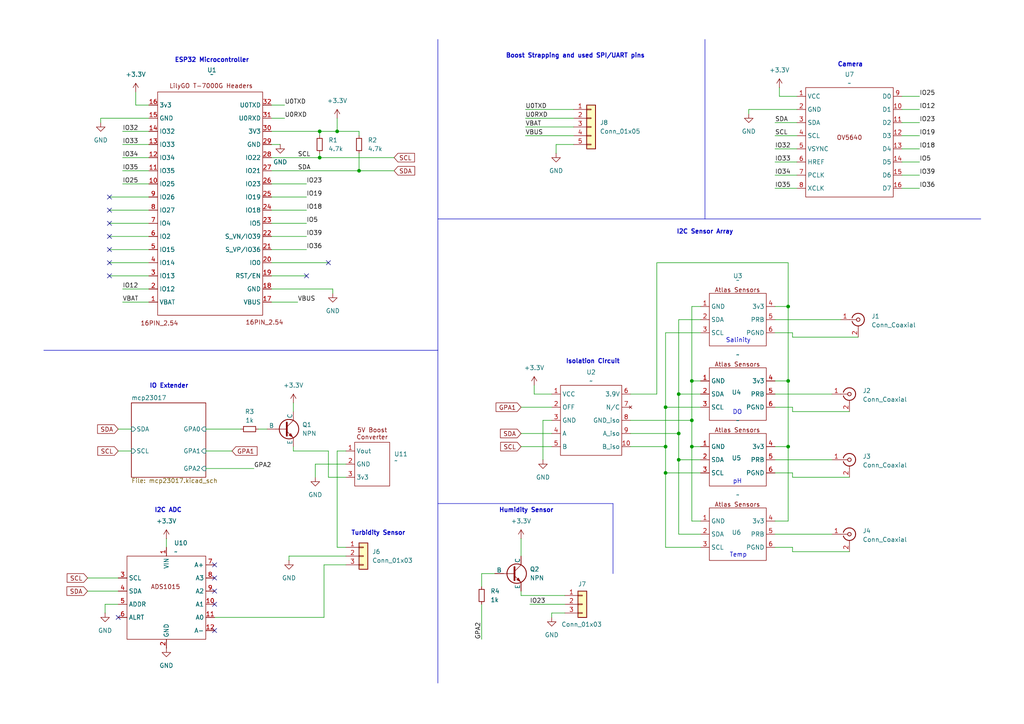
<source format=kicad_sch>
(kicad_sch (version 20231120) (generator "eeschema") (generator_version "8.0")
  (paper "A4")
  (lib_symbols
    (symbol "Connector:Conn_Coaxial" (pin_names (offset 1.016) hide)
      (property "Reference" "J" (at 0.254 3.048 0))
      (property "Value" "Conn_Coaxial" (at 2.921 0 90))
      (symbol "Conn_Coaxial_0_1"
        (arc (start -1.778 -0.508) (mid 0.2311 -1.8066) (end 1.778 0) (stroke (width 0.254)))
        (polyline (pts (xy -2.54 0) (xy -0.508 0)))
        (polyline (pts (xy 0 -2.54) (xy 0 -1.778)))
        (circle (center 0 0) (radius 0.508) (stroke (width 0.2032)))
        (arc (start 1.778 0) (mid 0.2099 1.8101) (end -1.778 0.508) (stroke (width 0.254)))
      )
      (symbol "Conn_Coaxial_1_1"
        (pin passive line (at -5.08 0 0) (length 2.54) (name "In") (number "1"))
        (pin passive line (at 0 -5.08 90) (length 2.54) (name "Ext") (number "2"))
      )
    )
    (symbol "Connector_Generic:Conn_01x03" (pin_names (offset 1.016) hide)
      (property "Reference" "J" (at 0 5.08 0))
      (property "Value" "Conn_01x03" (at 0 -5.08 0))
      (symbol "Conn_01x03_1_1"
        (rectangle (start -1.27 -2.413) (end 0 -2.667) (stroke (width 0.1524)))
        (rectangle (start -1.27 0.127) (end 0 -0.127) (stroke (width 0.1524)))
        (rectangle (start -1.27 2.667) (end 0 2.413) (stroke (width 0.1524)))
        (rectangle (start -1.27 3.81) (end 1.27 -3.81) (stroke (width 0.254)) (fill (type background)))
        (pin passive line (at -5.08 2.54 0) (length 3.81) (name "Pin_1") (number "1"))
        (pin passive line (at -5.08 0 0) (length 3.81) (name "Pin_2") (number "2"))
        (pin passive line (at -5.08 -2.54 0) (length 3.81) (name "Pin_3") (number "3"))
      )
    )
    (symbol "Connector_Generic:Conn_01x05" (pin_names (offset 1.016) hide)
      (property "Reference" "J" (at 0 7.62 0))
      (property "Value" "Conn_01x05" (at 0 -7.62 0))
      (symbol "Conn_01x05_1_1"
        (rectangle (start -1.27 -4.953) (end 0 -5.207) (stroke (width 0.1524)))
        (rectangle (start -1.27 -2.413) (end 0 -2.667) (stroke (width 0.1524)))
        (rectangle (start -1.27 0.127) (end 0 -0.127) (stroke (width 0.1524)))
        (rectangle (start -1.27 2.667) (end 0 2.413) (stroke (width 0.1524)))
        (rectangle (start -1.27 5.207) (end 0 4.953) (stroke (width 0.1524)))
        (rectangle (start -1.27 6.35) (end 1.27 -6.35) (stroke (width 0.254)) (fill (type background)))
        (pin passive line (at -5.08 5.08 0) (length 3.81) (name "Pin_1") (number "1"))
        (pin passive line (at -5.08 2.54 0) (length 3.81) (name "Pin_2") (number "2"))
        (pin passive line (at -5.08 0 0) (length 3.81) (name "Pin_3") (number "3"))
        (pin passive line (at -5.08 -2.54 0) (length 3.81) (name "Pin_4") (number "4"))
        (pin passive line (at -5.08 -5.08 0) (length 3.81) (name "Pin_5") (number "5"))
      )
    )
    (symbol "Device:R_Small" (pin_numbers hide) (pin_names (offset 0.254) hide)
      (property "Reference" "R" (at 0.762 0.508 0))
      (property "Value" "R_Small" (at 0.762 -1.016 0))
      (symbol "R_Small_0_1"
        (rectangle (start -0.762 1.778) (end 0.762 -1.778) (stroke (width 0.2032)))
      )
      (symbol "R_Small_1_1"
        (pin passive line (at 0 2.54 270) (length 0.762) (name "~") (number "1"))
        (pin passive line (at 0 -2.54 90) (length 0.762) (name "~") (number "2"))
      )
    )
    (symbol "Simulation_SPICE:NPN" (pin_numbers hide) (pin_names (offset 0))
      (property "Reference" "Q" (at -2.54 7.62 0))
      (property "Value" "NPN" (at -2.54 5.08 0))
      (symbol "NPN_0_1"
        (polyline (pts (xy -2.54 0) (xy 0.635 0)) (stroke (width 0.1524)))
        (polyline (pts (xy 0.635 0.635) (xy 2.54 2.54)))
        (polyline (pts (xy 2.794 -1.27) (xy 2.794 -1.27)) (stroke (width 0.1524)))
        (polyline (pts (xy 2.794 -1.27) (xy 2.794 -1.27)) (stroke (width 0.1524)))
        (polyline (pts (xy 0.635 -0.635) (xy 2.54 -2.54) (xy 2.54 -2.54)))
        (polyline (pts (xy 0.635 1.905) (xy 0.635 -1.905) (xy 0.635 -1.905)) (stroke (width 0.508)))
        (polyline (pts (xy 1.27 -1.778) (xy 1.778 -1.27) (xy 2.286 -2.286) (xy 1.27 -1.778) (xy 1.27 -1.778)) (fill (type outline)))
        (circle (center 1.27 0) (radius 2.8194) (stroke (width 0.254)))
      )
      (symbol "NPN_1_1"
        (pin open_collector line (at 2.54 5.08 270) (length 2.54) (name "C") (number "1"))
        (pin input line (at -5.08 0 0) (length 2.54) (name "B") (number "2"))
        (pin open_emitter line (at 2.54 -5.08 90) (length 2.54) (name "E") (number "3"))
      )
    )
    (symbol "power:+3.3V" (power) (pin_numbers hide) (pin_names (offset 0) hide)
      (property "Value" "+3.3V" (at 0 3.556 0))
      (symbol "+3.3V_0_1"
        (polyline (pts (xy -0.762 1.27) (xy 0 2.54)))
        (polyline (pts (xy 0 0) (xy 0 2.54)))
        (polyline (pts (xy 0 2.54) (xy 0.762 1.27)))
      )
      (symbol "+3.3V_1_1"
        (pin power_in line (at 0 0 90) (length 0) (name "~") (number "1"))
      )
    )
    (symbol "power:GND" (power) (pin_numbers hide) (pin_names (offset 0) hide)
      (property "Value" "GND" (at 0 -3.81 0))
      (symbol "GND_0_1"
        (polyline (pts (xy 0 0) (xy 0 -1.27) (xy 1.27 -1.27) (xy 0 -2.54) (xy -1.27 -1.27) (xy 0 -1.27)))
      )
      (symbol "GND_1_1"
        (pin power_in line (at 0 0 270) (length 0) (name "~") (number "1"))
      )
    )
    (symbol "seawall:ADS1015"
      (property "Reference" "U" (at 0 -1.27 0))
      (symbol "ADS1015_0_1"
        (rectangle (start -11.43 10.16) (end 11.43 -13.97))
      )
      (symbol "ADS1015_1_1"
        (text "ADS1015" (at -0.254 1.27 0) (effects (font (size 1.27 1.27))))
        (pin power_in line (at 0 12.7 270) (length 2.54) (name "VIN") (number "1"))
        (pin bidirectional line (at 13.97 -3.81 180) (length 2.54) (name "A1") (number "10"))
        (pin bidirectional line (at 13.97 -7.62 180) (length 2.54) (name "A0") (number "11"))
        (pin bidirectional line (at 13.97 -11.43 180) (length 2.54) (name "A-") (number "12"))
        (pin power_in line (at 0 -16.51 90) (length 2.54) (name "GND") (number "2"))
        (pin bidirectional line (at -13.97 3.81 0) (length 2.54) (name "SCL") (number "3"))
        (pin bidirectional line (at -13.97 0 0) (length 2.54) (name "SDA") (number "4"))
        (pin bidirectional line (at -13.97 -3.81 0) (length 2.54) (name "ADDR") (number "5"))
        (pin bidirectional line (at -13.97 -7.62 0) (length 2.54) (name "ALRT") (number "6"))
        (pin bidirectional line (at 13.97 7.62 180) (length 2.54) (name "A+") (number "7"))
        (pin bidirectional line (at 13.97 3.81 180) (length 2.54) (name "A3") (number "8"))
        (pin bidirectional line (at 13.97 0 180) (length 2.54) (name "A2") (number "9"))
      )
    )
    (symbol "seawall:LilyGO_T-7000G"
      (property "Reference" "U" (at 0 0 0))
      (symbol "LilyGO_T-7000G_0_1"
        (rectangle (start -15.24 31.75) (end 15.24 -33.02))
      )
      (symbol "LilyGO_T-7000G_1_1"
        (text "16PIN_2.54" (at -14.732 -35.306 0) (effects (font (size 1.27 1.27))))
        (text "16PIN_2.54" (at 15.748 -35.052 0) (effects (font (size 1.27 1.27))))
        (text "LilyGO T-7000G Headers" (at 0.254 33.528 0) (effects (font (size 1.27 1.27))))
        (pin power_in line (at -17.78 -29.21 0) (length 2.54) (name "VBAT") (number "1"))
        (pin bidirectional line (at -17.78 5.08 0) (length 2.54) (name "IO25") (number "10"))
        (pin bidirectional line (at -17.78 8.89 0) (length 2.54) (name "IO35") (number "11"))
        (pin bidirectional line (at -17.78 12.7 0) (length 2.54) (name "IO34") (number "12"))
        (pin bidirectional line (at -17.78 16.51 0) (length 2.54) (name "IO33") (number "13"))
        (pin bidirectional line (at -17.78 20.32 0) (length 2.54) (name "IO32") (number "14"))
        (pin power_out line (at -17.78 24.13 0) (length 2.54) (name "GND") (number "15"))
        (pin power_out line (at -17.78 27.94 0) (length 2.54) (name "3v3") (number "16"))
        (pin power_out line (at 17.78 -29.21 180) (length 2.54) (name "VBUS") (number "17"))
        (pin power_out line (at 17.78 -25.4 180) (length 2.54) (name "GND") (number "18"))
        (pin input line (at 17.78 -21.59 180) (length 2.54) (name "RST/EN") (number "19"))
        (pin bidirectional line (at -17.78 -25.4 0) (length 2.54) (name "IO12") (number "2"))
        (pin bidirectional line (at 17.78 -17.78 180) (length 2.54) (name "IO0") (number "20"))
        (pin bidirectional line (at 17.78 -13.97 180) (length 2.54) (name "S_VP/IO36") (number "21"))
        (pin bidirectional line (at 17.78 -10.16 180) (length 2.54) (name "S_VN/IO39") (number "22"))
        (pin bidirectional line (at 17.78 -6.35 180) (length 2.54) (name "IO5") (number "23"))
        (pin bidirectional line (at 17.78 -2.54 180) (length 2.54) (name "IO18") (number "24"))
        (pin bidirectional line (at 17.78 1.27 180) (length 2.54) (name "IO19") (number "25"))
        (pin bidirectional line (at 17.78 5.08 180) (length 2.54) (name "IO23") (number "26"))
        (pin bidirectional line (at 17.78 8.89 180) (length 2.54) (name "IO21") (number "27"))
        (pin bidirectional line (at 17.78 12.7 180) (length 2.54) (name "IO22") (number "28"))
        (pin power_out line (at 17.78 16.51 180) (length 2.54) (name "GND") (number "29"))
        (pin bidirectional line (at -17.78 -21.59 0) (length 2.54) (name "IO13") (number "3"))
        (pin power_out line (at 17.78 20.32 180) (length 2.54) (name "3V3") (number "30"))
        (pin bidirectional line (at 17.78 24.13 180) (length 2.54) (name "U0RXD") (number "31"))
        (pin bidirectional line (at 17.78 27.94 180) (length 2.54) (name "U0TXD") (number "32"))
        (pin bidirectional line (at -17.78 -17.78 0) (length 2.54) (name "IO14") (number "4"))
        (pin bidirectional line (at -17.78 -13.97 0) (length 2.54) (name "IO15") (number "5"))
        (pin bidirectional line (at -17.78 -10.16 0) (length 2.54) (name "IO2") (number "6"))
        (pin bidirectional line (at -17.78 -6.35 0) (length 2.54) (name "IO4") (number "7"))
        (pin bidirectional line (at -17.78 -2.54 0) (length 2.54) (name "IO27") (number "8"))
        (pin bidirectional line (at -17.78 1.27 0) (length 2.54) (name "IO26") (number "9"))
      )
    )
    (symbol "seawall:atlas-sensors"
      (property "Reference" "U" (at 0.254 10.414 0))
      (symbol "atlas-sensors_0_1"
        (rectangle (start -7.62 7.62) (end 8.89 -7.62))
      )
      (symbol "atlas-sensors_1_1"
        (text "Atlas Sensors\n" (at 0.508 8.636 0) (effects (font (size 1.27 1.27))))
        (pin power_in line (at -10.16 3.81 0) (length 2.54) (name "GND") (number "1"))
        (pin bidirectional line (at -10.16 0 0) (length 2.54) (name "SDA") (number "2"))
        (pin bidirectional line (at -10.16 -3.81 0) (length 2.54) (name "SCL") (number "3"))
        (pin power_in line (at 11.43 3.81 180) (length 2.54) (name "3v3") (number "4"))
        (pin output line (at 11.43 0 180) (length 2.54) (name "PRB") (number "5"))
        (pin output line (at 11.43 -3.81 180) (length 2.54) (name "PGND") (number "6"))
      )
    )
    (symbol "seawall:boost_converter"
      (property "Reference" "U" (at 0 10.668 0))
      (symbol "boost_converter_0_1"
        (rectangle (start -5.08 5.08) (end 5.08 -7.62))
      )
      (symbol "boost_converter_1_1"
        (text "5V Boost\nConverter" (at 0 7.62 0) (effects (font (size 1.27 1.27))))
        (pin power_out line (at -7.62 2.54 0) (length 2.54) (name "Vout") (number "1"))
        (pin power_in line (at -7.62 -1.27 0) (length 2.54) (name "GND") (number "2"))
        (pin power_in line (at -7.62 -5.08 0) (length 2.54) (name "3v3") (number "3"))
      )
    )
    (symbol "seawall:camera"
      (property "Reference" "U" (at 0 0.762 0))
      (symbol "camera_0_1"
        (rectangle (start -12.7 17.78) (end 12.7 -13.97))
      )
      (symbol "camera_1_1"
        (text "OV5640\n" (at 0 3.302 0) (effects (font (size 1.27 1.27))))
        (pin power_in line (at -15.24 15.24 0) (length 2.54) (name "VCC") (number "1"))
        (pin output line (at 15.24 11.43 180) (length 2.54) (name "D1") (number "10"))
        (pin output line (at 15.24 7.62 180) (length 2.54) (name "D2") (number "11"))
        (pin output line (at 15.24 3.81 180) (length 2.54) (name "D3") (number "12"))
        (pin output line (at 15.24 0 180) (length 2.54) (name "D4") (number "13"))
        (pin output line (at 15.24 -3.81 180) (length 2.54) (name "D5") (number "14"))
        (pin output line (at 15.24 -7.62 180) (length 2.54) (name "D6") (number "15"))
        (pin output line (at 15.24 -11.43 180) (length 2.54) (name "D7") (number "16"))
        (pin power_in line (at -15.24 11.43 0) (length 2.54) (name "GND") (number "2"))
        (pin bidirectional line (at -15.24 7.62 0) (length 2.54) (name "SDA") (number "3"))
        (pin input line (at -15.24 3.81 0) (length 2.54) (name "SCL") (number "4"))
        (pin output line (at -15.24 0 0) (length 2.54) (name "VSYNC") (number "5"))
        (pin output line (at -15.24 -3.81 0) (length 2.54) (name "HREF") (number "6"))
        (pin output line (at -15.24 -7.62 0) (length 2.54) (name "PCLK") (number "7"))
        (pin output line (at -15.24 -11.43 0) (length 2.54) (name "XCLK") (number "8"))
        (pin output line (at 15.24 15.24 180) (length 2.54) (name "D0") (number "9"))
      )
    )
    (symbol "seawall:isolation_circuit"
      (property "Reference" "U" (at 0 6.35 0))
      (symbol "isolation_circuit_0_1"
        (rectangle (start -8.89 8.89) (end 8.89 -11.43))
      )
      (symbol "isolation_circuit_1_1"
        (pin power_in line (at -11.43 6.35 0) (length 2.54) (name "VCC") (number "1"))
        (pin bidirectional line (at 11.43 -8.89 180) (length 2.54) (name "B_iso") (number "10"))
        (pin input line (at -11.43 2.54 0) (length 2.54) (name "OFF") (number "2"))
        (pin power_in line (at -11.43 -1.27 0) (length 2.54) (name "GND") (number "3"))
        (pin input line (at -11.43 -5.08 0) (length 2.54) (name "A") (number "4"))
        (pin input line (at -11.43 -8.89 0) (length 2.54) (name "B") (number "5"))
        (pin power_out line (at 11.43 6.35 180) (length 2.54) (name "3.9V") (number "6"))
        (pin no_connect line (at 11.43 2.54 180) (length 2.54) (name "N/C") (number "7"))
        (pin power_out line (at 11.43 -1.27 180) (length 2.54) (name "GND_iso") (number "8"))
        (pin bidirectional line (at 11.43 -5.08 180) (length 2.54) (name "A_iso") (number "9"))
      )
    )
  )
  (junction (at 196.85 114.3))
  (junction (at 193.04 118.11))
  (junction (at 92.71 45.72))
  (junction (at 200.66 110.49))
  (junction (at 196.85 125.73))
  (junction (at 92.71 38.1))
  (junction (at 228.6 110.49))
  (junction (at 193.04 137.16))
  (junction (at 228.6 88.9))
  (junction (at 104.14 49.53))
  (junction (at 196.85 133.35))
  (junction (at 200.66 129.54))
  (junction (at 200.66 121.92))
  (junction (at 193.04 129.54))
  (junction (at 228.6 129.54))
  (junction (at 97.79 38.1))
  (no_connect (at 62.23 163.83))
  (no_connect (at 62.23 171.45))
  (no_connect (at 31.75 80.01))
  (no_connect (at 88.9 80.01))
  (no_connect (at 31.75 76.2))
  (no_connect (at 62.23 167.64))
  (no_connect (at 62.23 175.26))
  (no_connect (at 31.75 72.39))
  (no_connect (at 34.29 179.07))
  (no_connect (at 31.75 64.77))
  (no_connect (at 31.75 68.58))
  (no_connect (at 95.25 76.2))
  (no_connect (at 31.75 60.96))
  (no_connect (at 62.23 182.88))
  (no_connect (at 31.75 57.15))
  (wire (pts (xy 166.37 41.91) (xy 161.29 41.91)))
  (wire (pts (xy 224.79 46.99) (xy 231.14 46.99)))
  (wire (pts (xy 97.79 130.81) (xy 97.79 158.75)))
  (wire (pts (xy 78.74 45.72) (xy 92.71 45.72)))
  (wire (pts (xy 35.56 41.91) (xy 43.18 41.91)))
  (wire (pts (xy 196.85 92.71) (xy 203.2 92.71)))
  (wire (pts (xy 78.74 49.53) (xy 104.14 49.53)))
  (wire (pts (xy 200.66 88.9) (xy 200.66 110.49)))
  (wire (pts (xy 160.02 121.92) (xy 157.48 121.92)))
  (wire (pts (xy 190.5 114.3) (xy 182.88 114.3)))
  (wire (pts (xy 193.04 158.75) (xy 203.2 158.75)))
  (polyline (pts (xy 127 146.05) (xy 177.8 146.05)))
  (wire (pts (xy 193.04 118.11) (xy 193.04 129.54)))
  (wire (pts (xy 31.75 72.39) (xy 43.18 72.39)))
  (wire (pts (xy 78.74 60.96) (xy 88.9 60.96)))
  (wire (pts (xy 228.6 151.13) (xy 224.79 151.13)))
  (wire (pts (xy 200.66 88.9) (xy 203.2 88.9)))
  (wire (pts (xy 261.62 54.61) (xy 266.7 54.61)))
  (wire (pts (xy 31.75 76.2) (xy 43.18 76.2)))
  (wire (pts (xy 152.4 36.83) (xy 166.37 36.83)))
  (wire (pts (xy 151.13 118.11) (xy 160.02 118.11)))
  (wire (pts (xy 35.56 38.1) (xy 43.18 38.1)))
  (wire (pts (xy 224.79 118.11) (xy 229.87 118.11)))
  (wire (pts (xy 92.71 45.72) (xy 114.3 45.72)))
  (wire (pts (xy 193.04 96.52) (xy 193.04 118.11)))
  (wire (pts (xy 78.74 57.15) (xy 88.9 57.15)))
  (wire (pts (xy 182.88 129.54) (xy 193.04 129.54)))
  (wire (pts (xy 261.62 27.94) (xy 266.7 27.94)))
  (polyline (pts (xy 177.8 146.05) (xy 177.8 166.37)))
  (wire (pts (xy 39.37 26.67) (xy 39.37 30.48)))
  (wire (pts (xy 261.62 46.99) (xy 266.7 46.99)))
  (wire (pts (xy 100.33 161.29) (xy 83.82 161.29)))
  (wire (pts (xy 228.6 129.54) (xy 228.6 151.13)))
  (wire (pts (xy 35.56 53.34) (xy 43.18 53.34)))
  (wire (pts (xy 139.7 166.37) (xy 139.7 170.18)))
  (wire (pts (xy 35.56 45.72) (xy 43.18 45.72)))
  (wire (pts (xy 59.69 124.46) (xy 69.85 124.46)))
  (wire (pts (xy 151.13 172.72) (xy 163.83 172.72)))
  (wire (pts (xy 34.29 175.26) (xy 30.48 175.26)))
  (wire (pts (xy 193.04 129.54) (xy 193.04 137.16)))
  (wire (pts (xy 78.74 34.29) (xy 82.55 34.29)))
  (wire (pts (xy 48.26 156.21) (xy 48.26 158.75)))
  (wire (pts (xy 229.87 158.75) (xy 224.79 158.75)))
  (wire (pts (xy 35.56 83.82) (xy 43.18 83.82)))
  (wire (pts (xy 224.79 43.18) (xy 231.14 43.18)))
  (wire (pts (xy 229.87 138.43) (xy 246.38 138.43)))
  (wire (pts (xy 92.71 45.72) (xy 92.71 44.45)))
  (wire (pts (xy 224.79 133.35) (xy 241.3 133.35)))
  (wire (pts (xy 229.87 96.52) (xy 224.79 96.52)))
  (wire (pts (xy 182.88 125.73) (xy 196.85 125.73)))
  (wire (pts (xy 229.87 118.11) (xy 229.87 119.38)))
  (wire (pts (xy 200.66 110.49) (xy 200.66 121.92)))
  (wire (pts (xy 151.13 171.45) (xy 151.13 172.72)))
  (wire (pts (xy 229.87 97.79) (xy 229.87 96.52)))
  (polyline (pts (xy 204.47 11.43) (xy 204.47 63.5)))
  (wire (pts (xy 78.74 53.34) (xy 88.9 53.34)))
  (polyline (pts (xy 12.7 101.6) (xy 127 101.6)))
  (wire (pts (xy 100.33 130.81) (xy 97.79 130.81)))
  (wire (pts (xy 39.37 30.48) (xy 43.18 30.48)))
  (wire (pts (xy 229.87 119.38) (xy 246.38 119.38)))
  (wire (pts (xy 96.52 85.09) (xy 96.52 83.82)))
  (wire (pts (xy 83.82 161.29) (xy 83.82 162.56)))
  (wire (pts (xy 228.6 110.49) (xy 228.6 129.54)))
  (wire (pts (xy 160.02 177.8) (xy 160.02 179.07)))
  (wire (pts (xy 190.5 114.3) (xy 190.5 76.2)))
  (wire (pts (xy 261.62 39.37) (xy 266.7 39.37)))
  (wire (pts (xy 143.51 166.37) (xy 139.7 166.37)))
  (wire (pts (xy 151.13 156.21) (xy 151.13 161.29)))
  (wire (pts (xy 152.4 39.37) (xy 166.37 39.37)))
  (wire (pts (xy 229.87 160.02) (xy 229.87 158.75)))
  (wire (pts (xy 231.14 31.75) (xy 217.17 31.75)))
  (wire (pts (xy 228.6 76.2) (xy 228.6 88.9)))
  (wire (pts (xy 228.6 110.49) (xy 224.79 110.49)))
  (wire (pts (xy 97.79 38.1) (xy 104.14 38.1)))
  (wire (pts (xy 93.98 163.83) (xy 100.33 163.83)))
  (wire (pts (xy 152.4 34.29) (xy 166.37 34.29)))
  (wire (pts (xy 228.6 88.9) (xy 228.6 110.49)))
  (wire (pts (xy 196.85 154.94) (xy 203.2 154.94)))
  (wire (pts (xy 193.04 118.11) (xy 203.2 118.11)))
  (wire (pts (xy 217.17 31.75) (xy 217.17 33.02)))
  (wire (pts (xy 154.94 114.3) (xy 160.02 114.3)))
  (wire (pts (xy 196.85 92.71) (xy 196.85 114.3)))
  (wire (pts (xy 193.04 137.16) (xy 203.2 137.16)))
  (wire (pts (xy 91.44 134.62) (xy 91.44 138.43)))
  (wire (pts (xy 200.66 110.49) (xy 203.2 110.49)))
  (wire (pts (xy 153.67 175.26) (xy 163.83 175.26)))
  (wire (pts (xy 157.48 121.92) (xy 157.48 133.35)))
  (wire (pts (xy 95.25 130.81) (xy 95.25 138.43)))
  (wire (pts (xy 193.04 137.16) (xy 193.04 158.75)))
  (wire (pts (xy 200.66 121.92) (xy 200.66 129.54)))
  (wire (pts (xy 31.75 80.01) (xy 43.18 80.01)))
  (wire (pts (xy 104.14 49.53) (xy 114.3 49.53)))
  (wire (pts (xy 78.74 80.01) (xy 88.9 80.01)))
  (wire (pts (xy 78.74 68.58) (xy 88.9 68.58)))
  (wire (pts (xy 34.29 130.81) (xy 38.1 130.81)))
  (wire (pts (xy 78.74 41.91) (xy 81.28 41.91)))
  (wire (pts (xy 228.6 129.54) (xy 224.79 129.54)))
  (wire (pts (xy 261.62 50.8) (xy 266.7 50.8)))
  (wire (pts (xy 229.87 97.79) (xy 248.92 97.79)))
  (wire (pts (xy 78.74 76.2) (xy 95.25 76.2)))
  (wire (pts (xy 196.85 133.35) (xy 196.85 154.94)))
  (wire (pts (xy 152.4 31.75) (xy 166.37 31.75)))
  (wire (pts (xy 78.74 64.77) (xy 88.9 64.77)))
  (wire (pts (xy 29.21 35.56) (xy 29.21 34.29)))
  (wire (pts (xy 34.29 124.46) (xy 38.1 124.46)))
  (polyline (pts (xy 127 63.5) (xy 284.48 63.5)))
  (wire (pts (xy 104.14 44.45) (xy 104.14 49.53)))
  (wire (pts (xy 200.66 129.54) (xy 203.2 129.54)))
  (wire (pts (xy 97.79 38.1) (xy 92.71 38.1)))
  (wire (pts (xy 31.75 64.77) (xy 43.18 64.77)))
  (wire (pts (xy 196.85 133.35) (xy 203.2 133.35)))
  (wire (pts (xy 154.94 111.76) (xy 154.94 114.3)))
  (wire (pts (xy 151.13 125.73) (xy 160.02 125.73)))
  (wire (pts (xy 25.4 171.45) (xy 34.29 171.45)))
  (wire (pts (xy 193.04 96.52) (xy 203.2 96.52)))
  (wire (pts (xy 97.79 34.29) (xy 97.79 38.1)))
  (wire (pts (xy 196.85 125.73) (xy 196.85 133.35)))
  (wire (pts (xy 85.09 130.81) (xy 85.09 129.54)))
  (wire (pts (xy 224.79 35.56) (xy 231.14 35.56)))
  (wire (pts (xy 104.14 38.1) (xy 104.14 39.37)))
  (wire (pts (xy 228.6 88.9) (xy 224.79 88.9)))
  (wire (pts (xy 35.56 49.53) (xy 43.18 49.53)))
  (wire (pts (xy 31.75 60.96) (xy 43.18 60.96)))
  (wire (pts (xy 59.69 130.81) (xy 67.31 130.81)))
  (wire (pts (xy 224.79 50.8) (xy 231.14 50.8)))
  (wire (pts (xy 31.75 57.15) (xy 43.18 57.15)))
  (wire (pts (xy 85.09 119.38) (xy 85.09 116.84)))
  (wire (pts (xy 85.09 130.81) (xy 95.25 130.81)))
  (wire (pts (xy 229.87 137.16) (xy 229.87 138.43)))
  (wire (pts (xy 59.69 135.89) (xy 73.66 135.89)))
  (wire (pts (xy 163.83 177.8) (xy 160.02 177.8)))
  (wire (pts (xy 226.06 25.4) (xy 226.06 27.94)))
  (wire (pts (xy 196.85 114.3) (xy 203.2 114.3)))
  (wire (pts (xy 161.29 41.91) (xy 161.29 44.45)))
  (wire (pts (xy 31.75 68.58) (xy 43.18 68.58)))
  (wire (pts (xy 93.98 179.07) (xy 93.98 163.83)))
  (wire (pts (xy 91.44 134.62) (xy 100.33 134.62)))
  (wire (pts (xy 224.79 39.37) (xy 231.14 39.37)))
  (wire (pts (xy 25.4 167.64) (xy 34.29 167.64)))
  (polyline (pts (xy 127 11.43) (xy 127 101.6)))
  (wire (pts (xy 95.25 138.43) (xy 100.33 138.43)))
  (polyline (pts (xy 127 101.6) (xy 127 198.12)))
  (wire (pts (xy 224.79 137.16) (xy 229.87 137.16)))
  (wire (pts (xy 30.48 175.26) (xy 30.48 177.8)))
  (wire (pts (xy 226.06 27.94) (xy 231.14 27.94)))
  (wire (pts (xy 74.93 124.46) (xy 77.47 124.46)))
  (wire (pts (xy 78.74 72.39) (xy 88.9 72.39)))
  (wire (pts (xy 62.23 179.07) (xy 93.98 179.07)))
  (wire (pts (xy 200.66 129.54) (xy 200.66 151.13)))
  (wire (pts (xy 200.66 151.13) (xy 203.2 151.13)))
  (wire (pts (xy 224.79 92.71) (xy 243.84 92.71)))
  (wire (pts (xy 97.79 158.75) (xy 100.33 158.75)))
  (wire (pts (xy 224.79 114.3) (xy 241.3 114.3)))
  (wire (pts (xy 78.74 30.48) (xy 82.55 30.48)))
  (wire (pts (xy 139.7 175.26) (xy 139.7 185.42)))
  (wire (pts (xy 246.38 160.02) (xy 229.87 160.02)))
  (wire (pts (xy 29.21 34.29) (xy 43.18 34.29)))
  (wire (pts (xy 151.13 129.54) (xy 160.02 129.54)))
  (wire (pts (xy 190.5 76.2) (xy 228.6 76.2)))
  (wire (pts (xy 261.62 43.18) (xy 266.7 43.18)))
  (wire (pts (xy 182.88 121.92) (xy 200.66 121.92)))
  (wire (pts (xy 261.62 31.75) (xy 266.7 31.75)))
  (wire (pts (xy 196.85 114.3) (xy 196.85 125.73)))
  (wire (pts (xy 261.62 35.56) (xy 266.7 35.56)))
  (wire (pts (xy 78.74 38.1) (xy 92.71 38.1)))
  (wire (pts (xy 92.71 38.1) (xy 92.71 39.37)))
  (wire (pts (xy 224.79 54.61) (xy 231.14 54.61)))
  (wire (pts (xy 35.56 87.63) (xy 43.18 87.63)))
  (wire (pts (xy 224.79 154.94) (xy 241.3 154.94)))
  (wire (pts (xy 96.52 83.82) (xy 78.74 83.82)))
  (wire (pts (xy 78.74 87.63) (xy 86.36 87.63)))
  (text "Camera\n" (at 246.634 18.796 0) (effects (font (size 1.27 1.27) (thickness 0.254) (bold yes))))
  (text "Humidity Sensor\n" (at 152.654 148.082 0) (effects (font (size 1.27 1.27) (thickness 0.254) (bold yes))))
  (text "ESP32 Microcontroller\n" (at 61.468 17.526 0) (effects (font (size 1.27 1.27) (thickness 0.254) (bold yes))))
  (text "Isolation Circuit\n" (at 171.958 104.902 0) (effects (font (size 1.27 1.27) (thickness 0.254) (bold yes))))
  (text "DO\n" (at 213.868 119.634 0) (effects (font (size 1.27 1.27))))
  (text "pH\n" (at 213.868 139.7 0) (effects (font (size 1.27 1.27))))
  (text "Temp" (at 214.122 161.036 0) (effects (font (size 1.27 1.27))))
  (text "Boost Strapping and used SPI/UART pins" (at 166.878 16.256 0) (effects (font (size 1.27 1.27) (thickness 0.254) (bold yes))))
  (text "Turbidity Sensor\n" (at 109.728 154.686 0) (effects (font (size 1.27 1.27) (thickness 0.254) (bold yes))))
  (text "IO Extender\n" (at 49.022 112.014 0) (effects (font (size 1.27 1.27) (thickness 0.254) (bold yes))))
  (text "I2C Sensor Array\n" (at 204.47 67.31 0) (effects (font (size 1.27 1.27) (thickness 0.254) (bold yes))))
  (text "Salinity\n" (at 214.122 98.806 0) (effects (font (size 1.27 1.27))))
  (text "I2C ADC\n\n" (at 48.768 149.098 0) (effects (font (size 1.27 1.27) (thickness 0.254) (bold yes))))
  (label "GPA2" (at 139.7 185.42 90))
  (label "IO35" (at 224.79 54.61 0))
  (label "IO23" (at 153.67 175.26 0))
  (label "IO36" (at 266.7 54.61 0))
  (label "IO36" (at 88.9 72.39 0))
  (label "IO39" (at 88.9 68.58 0))
  (label "IO32" (at 35.56 38.1 0))
  (label "SDA" (at 224.79 35.56 0))
  (label "IO25" (at 35.56 53.34 0))
  (label "GPA2" (at 73.66 135.89 0))
  (label "U0RXD" (at 152.4 34.29 0))
  (label "SCL" (at 224.79 39.37 0))
  (label "IO23" (at 266.7 35.56 0))
  (label "U0TXD" (at 82.55 30.48 0))
  (label "IO5" (at 88.9 64.77 0))
  (label "IO12" (at 35.56 83.82 0))
  (label "U0RXD" (at 82.55 34.29 0))
  (label "IO5" (at 266.7 46.99 0))
  (label "IO23" (at 88.9 53.34 0))
  (label "VBUS" (at 86.36 87.63 0))
  (label "VBAT" (at 35.56 87.63 0))
  (label "IO18" (at 266.7 43.18 0))
  (label "IO12" (at 266.7 31.75 0))
  (label "IO18" (at 88.9 60.96 0))
  (label "IO33" (at 35.56 41.91 0))
  (label "IO34" (at 224.79 50.8 0))
  (label "VBAT" (at 152.4 36.83 0))
  (label "IO35" (at 35.56 49.53 0))
  (label "VBUS" (at 152.4 39.37 0))
  (label "IO19" (at 88.9 57.15 0))
  (label "IO39" (at 266.7 50.8 0))
  (label "U0TXD" (at 152.4 31.75 0))
  (label "IO33" (at 224.79 46.99 0))
  (label "IO19" (at 266.7 39.37 0))
  (label "IO34" (at 35.56 45.72 0))
  (label "IO25" (at 266.7 27.94 0))
  (label "IO32" (at 224.79 43.18 0))
  (label "SDA" (at 86.36 49.53 0))
  (label "SCL" (at 86.36 45.72 0))
  (global_label "SCL" (shape input) (at 151.13 129.54 180) (property "Intersheetrefs" "${INTERSHEET_REFS}" (effects (hide yes))))
  (global_label "SCL" (shape input) (at 114.3 45.72 0) (property "Intersheetrefs" "${INTERSHEET_REFS}" (effects (hide yes))))
  (global_label "SDA" (shape input) (at 151.13 125.73 180) (property "Intersheetrefs" "${INTERSHEET_REFS}" (effects (hide yes))))
  (global_label "SDA" (shape input) (at 114.3 49.53 0) (property "Intersheetrefs" "${INTERSHEET_REFS}" (effects (hide yes))))
  (global_label "SDA" (shape input) (at 34.29 124.46 180) (property "Intersheetrefs" "${INTERSHEET_REFS}" (effects (hide yes))))
  (global_label "GPA1" (shape input) (at 67.31 130.81 0) (property "Intersheetrefs" "${INTERSHEET_REFS}" (effects (hide yes))))
  (global_label "GPA1" (shape input) (at 151.13 118.11 180) (property "Intersheetrefs" "${INTERSHEET_REFS}" (effects (hide yes))))
  (global_label "SDA" (shape input) (at 25.4 171.45 180) (property "Intersheetrefs" "${INTERSHEET_REFS}" (effects (hide yes))))
  (global_label "SCL" (shape input) (at 34.29 130.81 180) (property "Intersheetrefs" "${INTERSHEET_REFS}" (effects (hide yes))))
  (global_label "SCL" (shape input) (at 25.4 167.64 180) (property "Intersheetrefs" "${INTERSHEET_REFS}" (effects (hide yes))))
  (symbol (lib_id "power:GND") (at 48.26 187.96 0) (unit 1)
    (property "Reference" "#PWR027" (effects (hide yes)))
    (property "Value" "GND" (at 48.26 193.04 0))
    (property "Description" "Power symbol creates a global label with name \"GND\" , ground" (effects (hide yes)))
  )
  (symbol (lib_id "seawall:isolation_circuit") (at 171.45 120.65 0) (unit 1)
    (property "Reference" "U2" (at 171.45 107.95 0))
    (property "Value" "~" (at 171.45 110.49 0))
    (property "Footprint" "seawall:isolation circuit" (effects (hide yes)))
  )
  (symbol (lib_id "Device:R_Small") (at 72.39 124.46 90) (unit 1)
    (property "Reference" "R3" (at 72.39 119.38 90))
    (property "Value" "1k" (at 72.39 121.92 90))
    (property "Footprint" "Resistor_THT:R_Axial_DIN0207_L6.3mm_D2.5mm_P7.62mm_Horizontal" (effects (hide yes)))
    (property "Description" "Resistor, small symbol" (effects (hide yes)))
  )
  (symbol (lib_id "Connector_Generic:Conn_01x03") (at 105.41 161.29 0) (unit 1)
    (property "Reference" "J6" (at 107.95 160.0199 0) (effects (justify left)))
    (property "Value" "Conn_01x03" (at 107.95 162.5599 0) (effects (justify left)))
    (property "Footprint" "Connector_PinSocket_2.54mm:PinSocket_1x03_P2.54mm_Vertical" (effects (hide yes)))
    (property "Description" "Generic connector, single row, 01x03, script generated (kicad-library-utils/schlib/autogen/connector/)" (effects (hide yes)))
  )
  (symbol (lib_id "Connector_Generic:Conn_01x03") (at 168.91 175.26 0) (unit 1)
    (property "Reference" "J7" (at 167.64 169.418 0) (effects (justify left)))
    (property "Value" "Conn_01x03" (at 162.814 181.102 0) (effects (justify left)))
    (property "Footprint" "Connector_PinSocket_2.54mm:PinSocket_1x03_P2.54mm_Vertical" (effects (hide yes)))
    (property "Description" "Generic connector, single row, 01x03, script generated (kicad-library-utils/schlib/autogen/connector/)" (effects (hide yes)))
  )
  (symbol (lib_id "power:GND") (at 217.17 33.02 0) (unit 1)
    (property "Reference" "#PWR07" (effects (hide yes)))
    (property "Value" "GND" (at 217.17 38.1 0))
    (property "Description" "Power symbol creates a global label with name \"GND\" , ground" (effects (hide yes)))
  )
  (symbol (lib_id "power:+3.3V") (at 97.79 34.29 0) (unit 1)
    (property "Reference" "#PWR01" (effects (hide yes)))
    (property "Value" "+3.3V" (at 97.79 29.21 0))
    (property "Description" "Power symbol creates a global label with name \"+3.3V\"" (effects (hide yes)))
  )
  (symbol (lib_id "Device:R_Small") (at 104.14 41.91 0) (unit 1)
    (property "Reference" "R2" (at 106.68 40.6399 0) (effects (justify left)))
    (property "Value" "4.7k" (at 106.68 43.1799 0) (effects (justify left)))
    (property "Footprint" "Resistor_THT:R_Axial_DIN0207_L6.3mm_D2.5mm_P7.62mm_Horizontal" (effects (hide yes)))
    (property "Description" "Resistor, small symbol" (effects (hide yes)))
  )
  (symbol (lib_id "Connector:Conn_Coaxial") (at 246.38 133.35 0) (unit 1)
    (property "Reference" "J3" (at 250.19 132.3731 0) (effects (justify left)))
    (property "Value" "Conn_Coaxial" (at 250.19 134.9131 0) (effects (justify left)))
    (property "Footprint" "Connector_Coaxial:SMA_Amphenol_901-144_Vertical" (effects (hide yes)))
    (property "Description" "coaxial connector (BNC, SMA, SMB, SMC, Cinch/RCA, LEMO, ...)" (effects (hide yes)))
  )
  (symbol (lib_id "seawall:camera") (at 246.38 43.18 0) (unit 1)
    (property "Reference" "U7" (at 246.38 21.59 0))
    (property "Value" "~" (at 246.38 24.13 0))
    (property "Footprint" "seawall:OV5640" (effects (hide yes)))
  )
  (symbol (lib_id "power:GND") (at 160.02 179.07 0) (unit 1)
    (property "Reference" "#PWR032" (effects (hide yes)))
    (property "Value" "GND" (at 160.02 184.15 0))
    (property "Description" "Power symbol creates a global label with name \"GND\" , ground" (effects (hide yes)))
  )
  (symbol (lib_id "Device:R_Small") (at 92.71 41.91 0) (unit 1)
    (property "Reference" "R1" (at 95.25 40.6399 0) (effects (justify left)))
    (property "Value" "4.7k" (at 95.25 43.1799 0) (effects (justify left)))
    (property "Footprint" "Resistor_THT:R_Axial_DIN0207_L6.3mm_D2.5mm_P7.62mm_Horizontal" (effects (hide yes)))
    (property "Description" "Resistor, small symbol" (effects (hide yes)))
  )
  (symbol (lib_id "power:+3.3V") (at 151.13 156.21 0) (unit 1)
    (property "Reference" "#PWR010" (effects (hide yes)))
    (property "Value" "+3.3V" (at 151.13 151.13 0))
    (property "Description" "Power symbol creates a global label with name \"+3.3V\"" (effects (hide yes)))
  )
  (symbol (lib_id "Simulation_SPICE:NPN") (at 82.55 124.46 0) (unit 1)
    (property "Reference" "Q1" (at 87.63 123.1899 0) (effects (justify left)))
    (property "Value" "NPN" (at 87.63 125.7299 0) (effects (justify left)))
    (property "Footprint" "Package_TO_SOT_THT:TO-92" (effects (hide yes)))
    (property "Datasheet" "https://ngspice.sourceforge.io/docs/ngspice-html-manual/manual.xhtml#cha_BJTs" (effects (hide yes)))
    (property "Description" "Bipolar transistor symbol for simulation only, substrate tied to the emitter" (effects (hide yes)))
    (property "Sim.Device" "NPN" (effects (hide yes)))
    (property "Sim.Type" "GUMMELPOON" (effects (hide yes)))
    (property "Sim.Pins" "1=C 2=B 3=E" (effects (hide yes)))
  )
  (symbol (lib_id "seawall:atlas-sensors") (at 213.36 133.35 0) (unit 1)
    (property "Reference" "U5" (at 213.614 132.842 0))
    (property "Value" "~" (at 213.995 121.92 0))
    (property "Footprint" "seawall:atlas-sensors" (effects (hide yes)))
  )
  (symbol (lib_id "power:GND") (at 29.21 35.56 0) (unit 1)
    (property "Reference" "#PWR02" (effects (hide yes)))
    (property "Value" "GND" (at 29.21 40.64 0))
    (property "Description" "Power symbol creates a global label with name \"GND\" , ground" (effects (hide yes)))
  )
  (symbol (lib_id "power:GND") (at 161.29 44.45 0) (unit 1)
    (property "Reference" "#PWR011" (effects (hide yes)))
    (property "Value" "GND" (at 161.29 49.53 0))
    (property "Description" "Power symbol creates a global label with name \"GND\" , ground" (effects (hide yes)))
  )
  (symbol (lib_id "power:GND") (at 30.48 177.8 0) (unit 1)
    (property "Reference" "#PWR028" (effects (hide yes)))
    (property "Value" "GND" (at 30.48 182.88 0))
    (property "Description" "Power symbol creates a global label with name \"GND\" , ground" (effects (hide yes)))
  )
  (symbol (lib_id "power:GND") (at 157.48 133.35 0) (unit 1)
    (property "Reference" "#PWR020" (effects (hide yes)))
    (property "Value" "GND" (at 157.48 138.43 0))
    (property "Description" "Power symbol creates a global label with name \"GND\" , ground" (effects (hide yes)))
  )
  (symbol (lib_id "seawall:atlas-sensors") (at 213.36 154.94 0) (unit 1)
    (property "Reference" "U6" (at 213.614 154.432 0))
    (property "Value" "~" (at 213.995 143.51 0))
    (property "Footprint" "seawall:atlas-sensors" (effects (hide yes)))
  )
  (symbol (lib_id "power:+3.3V") (at 226.06 25.4 0) (unit 1)
    (property "Reference" "#PWR06" (effects (hide yes)))
    (property "Value" "+3.3V" (at 226.06 20.32 0))
    (property "Description" "Power symbol creates a global label with name \"+3.3V\"" (effects (hide yes)))
  )
  (symbol (lib_id "power:GND") (at 81.28 41.91 0) (unit 1)
    (property "Reference" "#PWR04" (effects (hide yes)))
    (property "Value" "GND" (at 81.28 46.99 0))
    (property "Description" "Power symbol creates a global label with name \"GND\" , ground" (effects (hide yes)))
  )
  (symbol (lib_id "seawall:LilyGO_T-7000G") (at 60.96 58.42 0) (unit 1)
    (property "Reference" "U1" (at 61.468 20.32 0))
    (property "Value" "~" (at 61.468 21.59 0))
    (property "Footprint" "Lilygo-T7000G:T7000G" (effects (hide yes)))
  )
  (symbol (lib_id "power:GND") (at 91.44 138.43 0) (unit 1)
    (property "Reference" "#PWR08" (effects (hide yes)))
    (property "Value" "GND" (at 91.44 143.51 0))
    (property "Description" "Power symbol creates a global label with name \"GND\" , ground" (effects (hide yes)))
  )
  (symbol (lib_id "seawall:ADS1015") (at 48.26 171.45 0) (unit 1)
    (property "Reference" "U10" (at 50.4541 157.48 0) (effects (justify left)))
    (property "Value" "~" (at 50.4541 160.02 0) (effects (justify left)))
    (property "Footprint" "seawall:AD1015" (effects (hide yes)))
  )
  (symbol (lib_id "power:GND") (at 96.52 85.09 0) (unit 1)
    (property "Reference" "#PWR05" (effects (hide yes)))
    (property "Value" "GND" (at 96.52 90.17 0))
    (property "Description" "Power symbol creates a global label with name \"GND\" , ground" (effects (hide yes)))
  )
  (symbol (lib_id "Device:R_Small") (at 139.7 172.72 180) (unit 1)
    (property "Reference" "R4" (at 142.24 171.4499 0) (effects (justify right)))
    (property "Value" "1k" (at 142.24 173.9899 0) (effects (justify right)))
    (property "Footprint" "Resistor_THT:R_Axial_DIN0207_L6.3mm_D2.5mm_P7.62mm_Horizontal" (effects (hide yes)))
    (property "Description" "Resistor, small symbol" (effects (hide yes)))
  )
  (symbol (lib_id "power:GND") (at 83.82 162.56 0) (unit 1)
    (property "Reference" "#PWR030" (effects (hide yes)))
    (property "Value" "GND" (at 83.82 167.64 0))
    (property "Description" "Power symbol creates a global label with name \"GND\" , ground" (effects (hide yes)))
  )
  (symbol (lib_id "power:+3.3V") (at 154.94 111.76 0) (unit 1)
    (property "Reference" "#PWR09" (effects (hide yes)))
    (property "Value" "+3.3V" (at 154.94 106.68 0))
    (property "Description" "Power symbol creates a global label with name \"+3.3V\"" (effects (hide yes)))
  )
  (symbol (lib_id "seawall:boost_converter") (at 107.95 133.35 0) (unit 1)
    (property "Reference" "U11" (at 114.3 131.6929 0) (effects (justify left)))
    (property "Value" "~" (at 114.3 133.598 0) (effects (justify left)))
    (property "Footprint" "seawall:boostconverter" (effects (hide yes)))
  )
  (symbol (lib_id "power:+3.3V") (at 85.09 116.84 0) (unit 1)
    (property "Reference" "#PWR029" (effects (hide yes)))
    (property "Value" "+3.3V" (at 85.09 111.76 0))
    (property "Description" "Power symbol creates a global label with name \"+3.3V\"" (effects (hide yes)))
  )
  (symbol (lib_id "Connector:Conn_Coaxial") (at 246.38 114.3 0) (unit 1)
    (property "Reference" "J2" (at 250.19 113.3231 0) (effects (justify left)))
    (property "Value" "Conn_Coaxial" (at 250.19 115.8631 0) (effects (justify left)))
    (property "Footprint" "Connector_Coaxial:SMA_Amphenol_901-144_Vertical" (effects (hide yes)))
    (property "Description" "coaxial connector (BNC, SMA, SMB, SMC, Cinch/RCA, LEMO, ...)" (effects (hide yes)))
  )
  (symbol (lib_id "power:+3.3V") (at 48.26 156.21 0) (unit 1)
    (property "Reference" "#PWR026" (effects (hide yes)))
    (property "Value" "+3.3V" (at 48.26 151.13 0))
    (property "Description" "Power symbol creates a global label with name \"+3.3V\"" (effects (hide yes)))
  )
  (symbol (lib_id "Connector_Generic:Conn_01x05") (at 171.45 36.83 0) (unit 1)
    (property "Reference" "J8" (at 173.99 35.5599 0) (effects (justify left)))
    (property "Value" "Conn_01x05" (at 173.99 38.0999 0) (effects (justify left)))
    (property "Footprint" "Connector_PinHeader_2.54mm:PinHeader_1x05_P2.54mm_Vertical" (effects (hide yes)))
    (property "Description" "Generic connector, single row, 01x05, script generated (kicad-library-utils/schlib/autogen/connector/)" (effects (hide yes)))
  )
  (symbol (lib_id "Connector:Conn_Coaxial") (at 248.92 92.71 0) (unit 1)
    (property "Reference" "J1" (at 252.73 91.7331 0) (effects (justify left)))
    (property "Value" "Conn_Coaxial" (at 252.73 94.2731 0) (effects (justify left)))
    (property "Footprint" "Connector_Coaxial:SMA_Amphenol_901-144_Vertical" (effects (hide yes)))
    (property "Description" "coaxial connector (BNC, SMA, SMB, SMC, Cinch/RCA, LEMO, ...)" (effects (hide yes)))
  )
  (symbol (lib_id "Connector:Conn_Coaxial") (at 246.38 154.94 0) (unit 1)
    (property "Reference" "J4" (at 250.19 153.9631 0) (effects (justify left)))
    (property "Value" "Conn_Coaxial" (at 250.19 156.5031 0) (effects (justify left)))
    (property "Footprint" "Connector_Coaxial:SMA_Amphenol_901-144_Vertical" (effects (hide yes)))
    (property "Description" "coaxial connector (BNC, SMA, SMB, SMC, Cinch/RCA, LEMO, ...)" (effects (hide yes)))
  )
  (symbol (lib_id "seawall:atlas-sensors") (at 213.36 114.3 0) (unit 1)
    (property "Reference" "U4" (at 213.614 113.792 0))
    (property "Value" "~" (at 213.995 102.87 0))
    (property "Footprint" "seawall:atlas-sensors" (effects (hide yes)))
  )
  (symbol (lib_id "seawall:atlas-sensors") (at 213.36 92.71 0) (unit 1)
    (property "Reference" "U3" (at 213.995 80.01 0))
    (property "Value" "~" (at 213.995 81.28 0))
    (property "Footprint" "seawall:atlas-sensors" (effects (hide yes)))
  )
  (symbol (lib_id "power:+3.3V") (at 39.37 26.67 0) (unit 1)
    (property "Reference" "#PWR03" (effects (hide yes)))
    (property "Value" "+3.3V" (at 39.37 21.59 0))
    (property "Description" "Power symbol creates a global label with name \"+3.3V\"" (effects (hide yes)))
  )
  (symbol (lib_id "Simulation_SPICE:NPN") (at 148.59 166.37 0) (unit 1)
    (property "Reference" "Q2" (at 153.67 165.0999 0) (effects (justify left)))
    (property "Value" "NPN" (at 153.67 167.6399 0) (effects (justify left)))
    (property "Footprint" "Package_TO_SOT_THT:TO-92" (effects (hide yes)))
    (property "Datasheet" "https://ngspice.sourceforge.io/docs/ngspice-html-manual/manual.xhtml#cha_BJTs" (effects (hide yes)))
    (property "Description" "Bipolar transistor symbol for simulation only, substrate tied to the emitter" (effects (hide yes)))
    (property "Sim.Device" "NPN" (effects (hide yes)))
    (property "Sim.Type" "GUMMELPOON" (effects (hide yes)))
    (property "Sim.Pins" "1=C 2=B 3=E" (effects (hide yes)))
  )
  (sheet (at 38.1 116.84) (size 21.59 21.59) (stroke (width 0.1524))
    (property "Sheetname" "mcp23017" (at 38.1 116.1284 0) (effects (justify left bottom)))
    (property "Sheetfile" "mcp23017.kicad_sch" (at 38.1 138.684 0) (effects (justify left top)))
    (pin "SDA" input (at 38.1 124.46 180))
    (pin "SCL" input (at 38.1 130.81 180))
    (pin "GPA0" input (at 59.69 124.46 0))
    (pin "GPA1" input (at 59.69 130.81 0))
    (pin "GPA2" input (at 59.69 135.89 0))
  )
)
</source>
